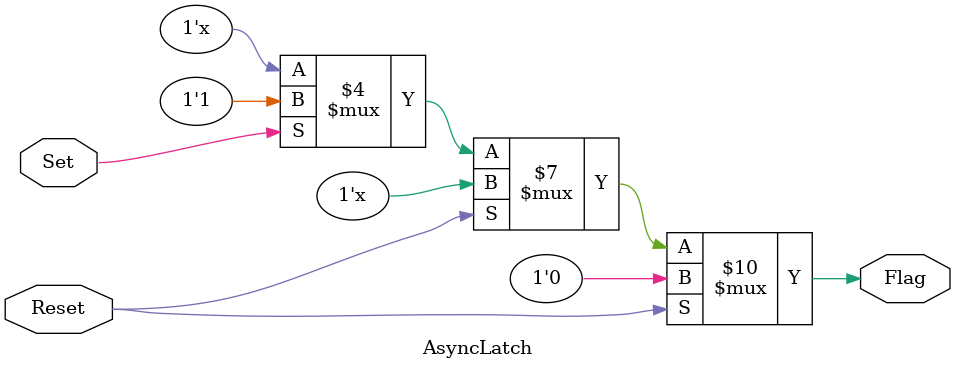
<source format=v>
module AsyncLatch(Set,Reset,Flag);

	input Set, Reset;
	output reg Flag;
	
	initial begin
		Flag = 0;
	end
	
	always @(*) begin
		if (Reset) Flag = 0;
		else if (Set) Flag = 1;
	end

endmodule

</source>
